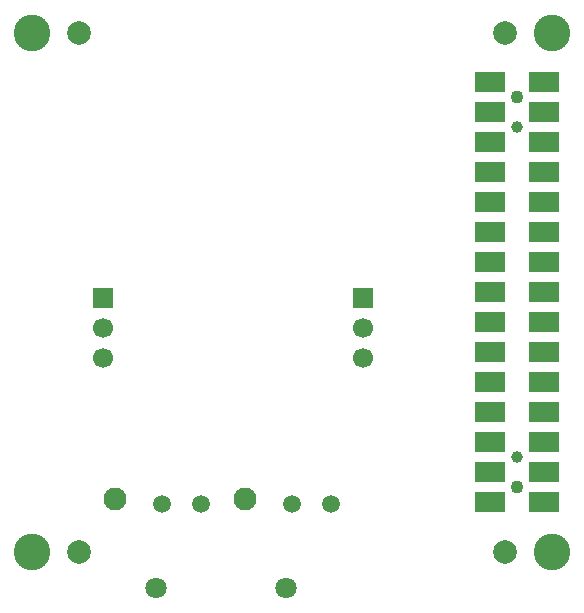
<source format=gbr>
%TF.GenerationSoftware,KiCad,Pcbnew,9.0.4-1.fc42*%
%TF.CreationDate,2025-09-12T10:21:52-07:00*%
%TF.ProjectId,adapter_relay,61646170-7465-4725-9f72-656c61792e6b,1.0*%
%TF.SameCoordinates,Original*%
%TF.FileFunction,Soldermask,Top*%
%TF.FilePolarity,Negative*%
%FSLAX46Y46*%
G04 Gerber Fmt 4.6, Leading zero omitted, Abs format (unit mm)*
G04 Created by KiCad (PCBNEW 9.0.4-1.fc42) date 2025-09-12 10:21:52*
%MOMM*%
%LPD*%
G01*
G04 APERTURE LIST*
%ADD10C,2.000000*%
%ADD11C,3.100000*%
%ADD12C,1.100000*%
%ADD13C,1.000000*%
%ADD14R,2.600000X1.700000*%
%ADD15C,1.800000*%
%ADD16C,1.500000*%
%ADD17C,1.950000*%
%ADD18R,1.700000X1.700000*%
%ADD19C,1.700000*%
G04 APERTURE END LIST*
D10*
%TO.C,REF\u002A\u002A*%
X107000000Y-103000000D03*
%TD*%
%TO.C,REF\u002A\u002A*%
X107000000Y-147000000D03*
%TD*%
D11*
%TO.C,REF\u002A\u002A*%
X103000000Y-147000000D03*
%TD*%
D10*
%TO.C,REF\u002A\u002A*%
X143000000Y-103000000D03*
%TD*%
%TO.C,REF\u002A\u002A*%
X143000000Y-147000000D03*
%TD*%
D12*
%TO.C,J1*%
X144050000Y-108490000D03*
D13*
X144050000Y-111030000D03*
X144050000Y-138970000D03*
D12*
X144050000Y-141510000D03*
D14*
X146350000Y-107220000D03*
X146350000Y-109760000D03*
X146350000Y-112300000D03*
X146350000Y-114840000D03*
X146350000Y-117380000D03*
X146350000Y-119920000D03*
X146350000Y-122460000D03*
X146350000Y-125000000D03*
X146350000Y-127540000D03*
X146350000Y-130080000D03*
X146350000Y-132620000D03*
X146350000Y-135160000D03*
X146350000Y-137700000D03*
X146350000Y-140240000D03*
X146350000Y-142780000D03*
X141750000Y-107220000D03*
X141750000Y-109760000D03*
X141750000Y-112300000D03*
X141750000Y-114840000D03*
X141750000Y-117380000D03*
X141750000Y-119920000D03*
X141750000Y-122460000D03*
X141750000Y-125000000D03*
X141750000Y-127540000D03*
X141750000Y-130080000D03*
X141750000Y-132620000D03*
X141750000Y-135160000D03*
X141750000Y-137700000D03*
X141750000Y-140240000D03*
X141750000Y-142780000D03*
%TD*%
D11*
%TO.C,REF\u002A\u002A*%
X147000000Y-147000000D03*
%TD*%
%TO.C,REF\u002A\u002A*%
X103000000Y-103000000D03*
%TD*%
%TO.C,REF\u002A\u002A*%
X147000000Y-103000000D03*
%TD*%
D12*
%TO.C,J2*%
X144050000Y-141510000D03*
D13*
X144050000Y-138970000D03*
X144050000Y-111030000D03*
D12*
X144050000Y-108490000D03*
%TD*%
D15*
%TO.C,J3*%
X113500000Y-150000000D03*
D16*
X117300000Y-142900000D03*
D17*
X110000000Y-142500000D03*
D16*
X114000000Y-142900000D03*
%TD*%
D18*
%TO.C,J6*%
X109000000Y-125460000D03*
D19*
X109000000Y-128000000D03*
X109000000Y-130540000D03*
%TD*%
D15*
%TO.C,J4*%
X124500000Y-150000000D03*
D16*
X128300000Y-142900000D03*
D17*
X121000000Y-142500000D03*
D16*
X125000000Y-142900000D03*
%TD*%
D18*
%TO.C,J5*%
X131000000Y-125460000D03*
D19*
X131000000Y-128000000D03*
X131000000Y-130540000D03*
%TD*%
M02*

</source>
